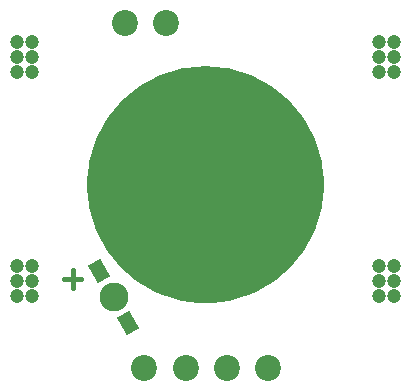
<source format=gbs>
G04*
G04 #@! TF.GenerationSoftware,Altium Limited,Altium Designer,20.1.8 (145)*
G04*
G04 Layer_Color=16711935*
%FSTAX43Y43*%
%MOMM*%
G71*
G04*
G04 #@! TF.SameCoordinates,537F8B80-04C9-421A-AACB-049029105C53*
G04*
G04*
G04 #@! TF.FilePolarity,Negative*
G04*
G01*
G75*
%ADD15C,2.200*%
%ADD16C,1.200*%
%ADD17C,2.450*%
%ADD26C,0.000*%
%ADD27C,0.400*%
G04:AMPARAMS|DCode=28|XSize=1.7mm|YSize=1.2mm|CornerRadius=0mm|HoleSize=0mm|Usage=FLASHONLY|Rotation=300.000|XOffset=0mm|YOffset=0mm|HoleType=Round|Shape=Rectangle|*
%AMROTATEDRECTD28*
4,1,4,-0.945,0.436,0.095,1.036,0.945,-0.436,-0.095,-1.036,-0.945,0.436,0.0*
%
%ADD28ROTATEDRECTD28*%

G36*
X0095449Y0097554D02*
Y0097063D01*
X0095545Y0096085D01*
X0095737Y0095121D01*
X0096022Y0094181D01*
X0096398Y0093273D01*
X0096861Y0092407D01*
X0097407Y009159D01*
X0098031Y009083D01*
X0098725Y0090136D01*
X0099485Y0089512D01*
X0100302Y0088966D01*
X0101168Y0088503D01*
X0102076Y0088127D01*
X0103016Y0087842D01*
X010398Y008765D01*
X0104958Y0087554D01*
X0105449D01*
X010594D01*
X0106918Y008765D01*
X0107882Y0087842D01*
X0108822Y0088127D01*
X010973Y0088503D01*
X0110596Y0088966D01*
X0111413Y0089512D01*
X0112173Y0090136D01*
X0112867Y009083D01*
X0113491Y009159D01*
X0114037Y0092407D01*
X01145Y0093273D01*
X0114876Y0094181D01*
X0115161Y0095121D01*
X0115353Y0096085D01*
X0115449Y0097063D01*
Y0097554D01*
Y0098045D01*
X0115353Y0099023D01*
X0115161Y0099987D01*
X0114876Y0100927D01*
X01145Y0101835D01*
X0114037Y0102701D01*
X0113491Y0103518D01*
X0112867Y0104278D01*
X0112173Y0104972D01*
X0111413Y0105596D01*
X0110596Y0106142D01*
X010973Y0106605D01*
X0108822Y0106981D01*
X0107882Y0107266D01*
X0106918Y0107458D01*
X010594Y0107554D01*
X0105449D01*
X0104958D01*
X010398Y0107458D01*
X0103016Y0107266D01*
X0102076Y0106981D01*
X0101168Y0106605D01*
X0100302Y0106142D01*
X0099485Y0105596D01*
X0098725Y0104972D01*
X0098031Y0104278D01*
X0097407Y0103518D01*
X0096861Y0102701D01*
X0096398Y0101835D01*
X0096022Y0100927D01*
X0095737Y0099987D01*
X0095545Y0099023D01*
X0095449Y0098045D01*
Y0097554D01*
D01*
D02*
G37*
D15*
X0098599Y0111279D02*
D03*
X0102099D02*
D03*
X0103774Y0082054D02*
D03*
X0100274D02*
D03*
X0107274D02*
D03*
X0110774D02*
D03*
D16*
X0089479Y0090648D02*
D03*
X0090749D02*
D03*
X0089479Y0089378D02*
D03*
X0090749D02*
D03*
X0089479Y0088108D02*
D03*
X0090749D02*
D03*
X0089479Y0109648D02*
D03*
X0090749D02*
D03*
X0089479Y0108378D02*
D03*
X0090749D02*
D03*
X0089479Y0107108D02*
D03*
X0090749D02*
D03*
X0120149Y0090648D02*
D03*
X0121419D02*
D03*
X0120149Y0089378D02*
D03*
X0121419D02*
D03*
X0120149Y0088108D02*
D03*
X0121419D02*
D03*
X0120149Y0109648D02*
D03*
X0121419D02*
D03*
X0120149Y0108378D02*
D03*
X0121419D02*
D03*
X0120149Y0107108D02*
D03*
X0121419D02*
D03*
D17*
X0097661Y0088016D02*
D03*
D26*
X0115449Y0097554D02*
G03*
X0115449Y0097554I-001J0D01*
G01*
D27*
X0093449Y0089554D02*
X0094949D01*
X0094199Y0088804D02*
Y0090304D01*
D28*
X0096399Y0090202D02*
D03*
X0098924Y0085829D02*
D03*
M02*

</source>
